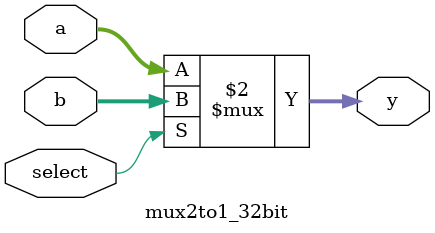
<source format=v>
`timescale 1ns/1ns
module mux2to1_32bit (a, b,  select,  y);
    input [31:0] a, b;
    input select;
    output [31:0] y;
    assign y = (select == 1'b1) ? b : a;
endmodule
    
    

</source>
